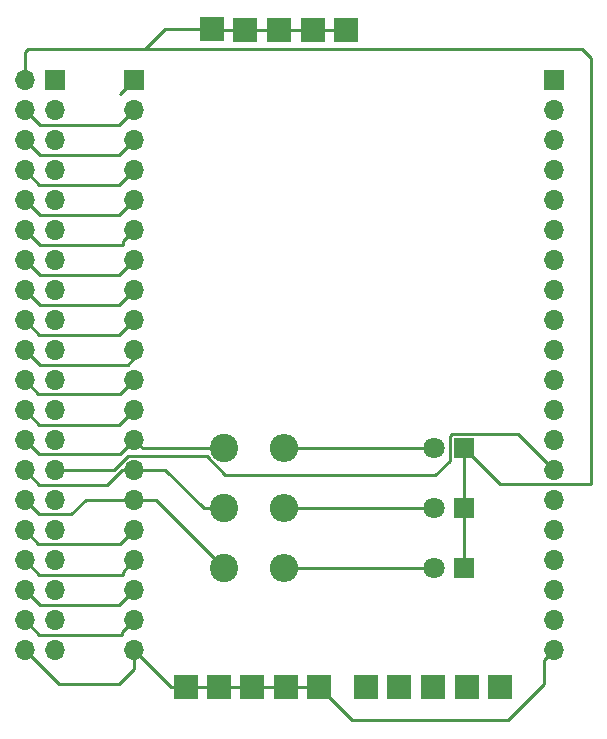
<source format=gbr>
%TF.GenerationSoftware,KiCad,Pcbnew,7.0.8*%
%TF.CreationDate,2025-02-20T14:53:18+01:00*%
%TF.ProjectId,Raspi,52617370-692e-46b6-9963-61645f706362,rev?*%
%TF.SameCoordinates,Original*%
%TF.FileFunction,Copper,L1,Top*%
%TF.FilePolarity,Positive*%
%FSLAX46Y46*%
G04 Gerber Fmt 4.6, Leading zero omitted, Abs format (unit mm)*
G04 Created by KiCad (PCBNEW 7.0.8) date 2025-02-20 14:53:18*
%MOMM*%
%LPD*%
G01*
G04 APERTURE LIST*
%TA.AperFunction,ComponentPad*%
%ADD10R,2.000000X2.000000*%
%TD*%
%TA.AperFunction,ComponentPad*%
%ADD11C,2.400000*%
%TD*%
%TA.AperFunction,ComponentPad*%
%ADD12O,2.400000X2.400000*%
%TD*%
%TA.AperFunction,ComponentPad*%
%ADD13R,1.800000X1.800000*%
%TD*%
%TA.AperFunction,ComponentPad*%
%ADD14C,1.800000*%
%TD*%
%TA.AperFunction,ComponentPad*%
%ADD15O,1.700000X1.700000*%
%TD*%
%TA.AperFunction,ComponentPad*%
%ADD16R,1.700000X1.700000*%
%TD*%
%TA.AperFunction,Conductor*%
%ADD17C,0.250000*%
%TD*%
G04 APERTURE END LIST*
D10*
%TO.P,LP,1*%
%TO.N,Net-(D1-K)*%
X147964500Y-74004000D03*
%TD*%
%TO.P,LP,1*%
%TO.N,Net-(D1-K)*%
X150774500Y-74024000D03*
%TD*%
%TO.P,LP,1*%
%TO.N,Net-(D1-K)*%
X139454500Y-73974000D03*
%TD*%
%TO.P,LP,1*%
%TO.N,Net-(D1-K)*%
X142234500Y-74004000D03*
%TD*%
%TO.P,LP,1*%
%TO.N,Net-(D1-K)*%
X145064500Y-74004000D03*
%TD*%
%TO.P,LP,1*%
%TO.N,Net-(J2-Pin_40)*%
X160992000Y-129664000D03*
%TD*%
%TO.P,LP,1*%
%TO.N,Net-(J2-Pin_40)*%
X163802000Y-129684000D03*
%TD*%
%TO.P,LP,1*%
%TO.N,Net-(J2-Pin_40)*%
X152482000Y-129634000D03*
%TD*%
%TO.P,LP,1*%
%TO.N,Net-(J2-Pin_40)*%
X155262000Y-129664000D03*
%TD*%
%TO.P,LP,1*%
%TO.N,Net-(J2-Pin_40)*%
X158092000Y-129664000D03*
%TD*%
%TO.P,LP,1*%
%TO.N,Net-(J2-Pin_39)*%
X148522000Y-129704000D03*
%TD*%
%TO.P,LP,1*%
%TO.N,Net-(J2-Pin_39)*%
X145712000Y-129684000D03*
%TD*%
%TO.P,LP,1*%
%TO.N,Net-(J2-Pin_39)*%
X142812000Y-129684000D03*
%TD*%
%TO.P,LP,1*%
%TO.N,Net-(J2-Pin_39)*%
X139982000Y-129684000D03*
%TD*%
%TO.P,LP,1*%
%TO.N,Net-(J2-Pin_39)*%
X137202000Y-129654000D03*
%TD*%
D11*
%TO.P,R3,1*%
%TO.N,Net-(J2-Pin_26)*%
X140462000Y-109474000D03*
D12*
%TO.P,R3,2*%
%TO.N,Net-(D1-A)*%
X145542000Y-109474000D03*
%TD*%
D11*
%TO.P,R2,1*%
%TO.N,Net-(J2-Pin_30)*%
X140462000Y-119634000D03*
D12*
%TO.P,R2,2*%
%TO.N,Net-(D3-A)*%
X145542000Y-119634000D03*
%TD*%
D11*
%TO.P,R1,1*%
%TO.N,Net-(J2-Pin_28)*%
X140462000Y-114554000D03*
D12*
%TO.P,R1,2*%
%TO.N,Net-(D2-A)*%
X145542000Y-114554000D03*
%TD*%
D13*
%TO.P,D3,1,K*%
%TO.N,Net-(D1-K)*%
X160782000Y-119634000D03*
D14*
%TO.P,D3,2,A*%
%TO.N,Net-(D3-A)*%
X158242000Y-119634000D03*
%TD*%
%TO.P,D2,2,A*%
%TO.N,Net-(D2-A)*%
X158242000Y-114554000D03*
D13*
%TO.P,D2,1,K*%
%TO.N,Net-(D1-K)*%
X160782000Y-114554000D03*
%TD*%
D14*
%TO.P,D1,2,A*%
%TO.N,Net-(D1-A)*%
X158242000Y-109474000D03*
D13*
%TO.P,D1,1,K*%
%TO.N,Net-(D1-K)*%
X160782000Y-109474000D03*
%TD*%
D15*
%TO.P,J8,20,Pin_20*%
%TO.N,Net-(J2-Pin_39)*%
X132842000Y-126539000D03*
%TO.P,J8,19,Pin_19*%
%TO.N,Net-(J2-Pin_38)*%
X132842000Y-123999000D03*
%TO.P,J8,18,Pin_18*%
%TO.N,Net-(J2-Pin_36)*%
X132842000Y-121459000D03*
%TO.P,J8,17,Pin_17*%
%TO.N,Net-(J2-Pin_34)*%
X132842000Y-118919000D03*
%TO.P,J8,16,Pin_16*%
%TO.N,Net-(J2-Pin_32)*%
X132842000Y-116379000D03*
%TO.P,J8,15,Pin_15*%
%TO.N,Net-(J2-Pin_30)*%
X132842000Y-113839000D03*
%TO.P,J8,14,Pin_14*%
%TO.N,Net-(J2-Pin_28)*%
X132842000Y-111299000D03*
%TO.P,J8,13,Pin_13*%
%TO.N,Net-(J2-Pin_26)*%
X132842000Y-108759000D03*
%TO.P,J8,12,Pin_12*%
%TO.N,Net-(J2-Pin_24)*%
X132842000Y-106219000D03*
%TO.P,J8,11,Pin_11*%
%TO.N,Net-(J2-Pin_22)*%
X132842000Y-103679000D03*
%TO.P,J8,10,Pin_10*%
%TO.N,Net-(J2-Pin_20)*%
X132842000Y-101139000D03*
%TO.P,J8,9,Pin_9*%
%TO.N,Net-(J2-Pin_18)*%
X132842000Y-98599000D03*
%TO.P,J8,8,Pin_8*%
%TO.N,Net-(J2-Pin_16)*%
X132842000Y-96059000D03*
%TO.P,J8,7,Pin_7*%
%TO.N,Net-(J2-Pin_14)*%
X132842000Y-93519000D03*
%TO.P,J8,6,Pin_6*%
%TO.N,Net-(J2-Pin_12)*%
X132842000Y-90979000D03*
%TO.P,J8,5,Pin_5*%
%TO.N,Net-(J2-Pin_10)*%
X132842000Y-88439000D03*
%TO.P,J8,4,Pin_4*%
%TO.N,Net-(J2-Pin_8)*%
X132842000Y-85899000D03*
%TO.P,J8,3,Pin_3*%
%TO.N,Net-(J2-Pin_6)*%
X132842000Y-83359000D03*
%TO.P,J8,2,Pin_2*%
%TO.N,Net-(J2-Pin_4)*%
X132842000Y-80819000D03*
D16*
%TO.P,J8,1,Pin_1*%
%TO.N,Net-(J2-Pin_2)*%
X132842000Y-78279000D03*
%TD*%
D15*
%TO.P,J7,20,Pin_20*%
%TO.N,Net-(J2-Pin_39)*%
X168402000Y-126539000D03*
%TO.P,J7,19,Pin_19*%
%TO.N,Net-(J2-Pin_37)*%
X168402000Y-123999000D03*
%TO.P,J7,18,Pin_18*%
%TO.N,Net-(J2-Pin_35)*%
X168402000Y-121459000D03*
%TO.P,J7,17,Pin_17*%
%TO.N,Net-(J2-Pin_33)*%
X168402000Y-118919000D03*
%TO.P,J7,16,Pin_16*%
%TO.N,Net-(J2-Pin_31)*%
X168402000Y-116379000D03*
%TO.P,J7,15,Pin_15*%
%TO.N,Net-(J2-Pin_29)*%
X168402000Y-113839000D03*
%TO.P,J7,14,Pin_14*%
%TO.N,Net-(J2-Pin_27)*%
X168402000Y-111299000D03*
%TO.P,J7,13,Pin_13*%
%TO.N,Net-(J2-Pin_25)*%
X168402000Y-108759000D03*
%TO.P,J7,12,Pin_12*%
%TO.N,Net-(J2-Pin_23)*%
X168402000Y-106219000D03*
%TO.P,J7,11,Pin_11*%
%TO.N,Net-(J2-Pin_21)*%
X168402000Y-103679000D03*
%TO.P,J7,10,Pin_10*%
%TO.N,Net-(J2-Pin_19)*%
X168402000Y-101139000D03*
%TO.P,J7,9,Pin_9*%
%TO.N,Net-(J2-Pin_17)*%
X168402000Y-98599000D03*
%TO.P,J7,8,Pin_8*%
%TO.N,Net-(J2-Pin_15)*%
X168402000Y-96059000D03*
%TO.P,J7,7,Pin_7*%
%TO.N,Net-(J2-Pin_13)*%
X168402000Y-93519000D03*
%TO.P,J7,6,Pin_6*%
%TO.N,Net-(J2-Pin_11)*%
X168402000Y-90979000D03*
%TO.P,J7,5,Pin_5*%
%TO.N,Net-(J2-Pin_9)*%
X168402000Y-88439000D03*
%TO.P,J7,4,Pin_4*%
%TO.N,Net-(J2-Pin_7)*%
X168402000Y-85899000D03*
%TO.P,J7,3,Pin_3*%
%TO.N,Net-(J2-Pin_5)*%
X168402000Y-83359000D03*
%TO.P,J7,2,Pin_2*%
%TO.N,Net-(J2-Pin_3)*%
X168402000Y-80819000D03*
D16*
%TO.P,J7,1,Pin_1*%
%TO.N,Net-(J2-Pin_1)*%
X168402000Y-78279000D03*
%TD*%
D15*
%TO.P,J2,39,Pin_40*%
%TO.N,Net-(J2-Pin_39)*%
X123547000Y-126539000D03*
%TO.P,J2,40,Pin_39*%
%TO.N,Net-(J2-Pin_40)*%
X126087000Y-126539000D03*
%TO.P,J2,38,Pin_38*%
%TO.N,Net-(J2-Pin_38)*%
X123547000Y-123999000D03*
%TO.P,J2,37,Pin_37*%
%TO.N,Net-(J2-Pin_37)*%
X126087000Y-123999000D03*
%TO.P,J2,36,Pin_36*%
%TO.N,Net-(J2-Pin_36)*%
X123547000Y-121459000D03*
%TO.P,J2,35,Pin_35*%
%TO.N,Net-(J2-Pin_35)*%
X126087000Y-121459000D03*
%TO.P,J2,34,Pin_34*%
%TO.N,Net-(J2-Pin_34)*%
X123547000Y-118919000D03*
%TO.P,J2,33,Pin_33*%
%TO.N,Net-(J2-Pin_33)*%
X126087000Y-118919000D03*
%TO.P,J2,32,Pin_32*%
%TO.N,Net-(J2-Pin_32)*%
X123547000Y-116379000D03*
%TO.P,J2,31,Pin_31*%
%TO.N,Net-(J2-Pin_31)*%
X126087000Y-116379000D03*
%TO.P,J2,30,Pin_30*%
%TO.N,Net-(J2-Pin_30)*%
X123547000Y-113839000D03*
%TO.P,J2,29,Pin_29*%
%TO.N,Net-(J2-Pin_29)*%
X126087000Y-113839000D03*
%TO.P,J2,28,Pin_28*%
%TO.N,Net-(J2-Pin_28)*%
X123547000Y-111299000D03*
%TO.P,J2,27,Pin_27*%
%TO.N,Net-(J2-Pin_27)*%
X126087000Y-111299000D03*
%TO.P,J2,26,Pin_26*%
%TO.N,Net-(J2-Pin_26)*%
X123547000Y-108759000D03*
%TO.P,J2,25,Pin_25*%
%TO.N,Net-(J2-Pin_25)*%
X126087000Y-108759000D03*
%TO.P,J2,24,Pin_24*%
%TO.N,Net-(J2-Pin_24)*%
X123547000Y-106219000D03*
%TO.P,J2,23,Pin_23*%
%TO.N,Net-(J2-Pin_23)*%
X126087000Y-106219000D03*
%TO.P,J2,22,Pin_22*%
%TO.N,Net-(J2-Pin_22)*%
X123547000Y-103679000D03*
%TO.P,J2,21,Pin_21*%
%TO.N,Net-(J2-Pin_21)*%
X126087000Y-103679000D03*
%TO.P,J2,20,Pin_20*%
%TO.N,Net-(J2-Pin_20)*%
X123547000Y-101139000D03*
%TO.P,J2,19,Pin_19*%
%TO.N,Net-(J2-Pin_19)*%
X126087000Y-101139000D03*
%TO.P,J2,18,Pin_18*%
%TO.N,Net-(J2-Pin_18)*%
X123547000Y-98599000D03*
%TO.P,J2,17,Pin_17*%
%TO.N,Net-(J2-Pin_17)*%
X126087000Y-98599000D03*
%TO.P,J2,16,Pin_16*%
%TO.N,Net-(J2-Pin_16)*%
X123547000Y-96059000D03*
%TO.P,J2,15,Pin_15*%
%TO.N,Net-(J2-Pin_15)*%
X126087000Y-96059000D03*
%TO.P,J2,14,Pin_14*%
%TO.N,Net-(J2-Pin_14)*%
X123547000Y-93519000D03*
%TO.P,J2,13,Pin_13*%
%TO.N,Net-(J2-Pin_13)*%
X126087000Y-93519000D03*
%TO.P,J2,12,Pin_12*%
%TO.N,Net-(J2-Pin_12)*%
X123547000Y-90979000D03*
%TO.P,J2,11,Pin_11*%
%TO.N,Net-(J2-Pin_11)*%
X126087000Y-90979000D03*
%TO.P,J2,10,Pin_10*%
%TO.N,Net-(J2-Pin_10)*%
X123547000Y-88439000D03*
%TO.P,J2,9,Pin_9*%
%TO.N,Net-(J2-Pin_9)*%
X126087000Y-88439000D03*
%TO.P,J2,8,Pin_8*%
%TO.N,Net-(J2-Pin_8)*%
X123547000Y-85899000D03*
%TO.P,J2,7,Pin_7*%
%TO.N,Net-(J2-Pin_7)*%
X126087000Y-85899000D03*
%TO.P,J2,6,Pin_6*%
%TO.N,Net-(J2-Pin_6)*%
X123547000Y-83359000D03*
%TO.P,J2,5,Pin_5*%
%TO.N,Net-(J2-Pin_5)*%
X126087000Y-83359000D03*
%TO.P,J2,4,Pin_4*%
%TO.N,Net-(J2-Pin_4)*%
X123547000Y-80819000D03*
%TO.P,J2,3,Pin_3*%
%TO.N,Net-(J2-Pin_3)*%
X126087000Y-80819000D03*
%TO.P,J2,2,Pin_2*%
%TO.N,Net-(D1-K)*%
X123547000Y-78279000D03*
D16*
%TO.P,J2,1,Pin_1*%
%TO.N,Net-(J2-Pin_1)*%
X126087000Y-78279000D03*
%TD*%
D17*
%TO.N,Net-(D1-K)*%
X135402000Y-73974000D02*
X133712000Y-75664000D01*
X139454500Y-73974000D02*
X135402000Y-73974000D01*
X133712000Y-75664000D02*
X123812000Y-75664000D01*
X170732000Y-75664000D02*
X133712000Y-75664000D01*
X139484500Y-74004000D02*
X139454500Y-73974000D01*
X142234500Y-74004000D02*
X139484500Y-74004000D01*
X145064500Y-74004000D02*
X142234500Y-74004000D01*
X147964500Y-74004000D02*
X145064500Y-74004000D01*
X147984500Y-74024000D02*
X147964500Y-74004000D01*
X150774500Y-74024000D02*
X147984500Y-74024000D01*
X123547000Y-75929000D02*
X123547000Y-78279000D01*
X171522000Y-76454000D02*
X170732000Y-75664000D01*
X171522000Y-108244000D02*
X171522000Y-76454000D01*
X171512000Y-108244000D02*
X171522000Y-108244000D01*
X171512000Y-112474000D02*
X171512000Y-108244000D01*
X123812000Y-75664000D02*
X123547000Y-75929000D01*
X163782000Y-112474000D02*
X171512000Y-112474000D01*
X160782000Y-109474000D02*
X163782000Y-112474000D01*
%TO.N,Net-(J2-Pin_39)*%
X131522000Y-129454000D02*
X132842000Y-128134000D01*
X132842000Y-128134000D02*
X132842000Y-126539000D01*
X126462000Y-129454000D02*
X131522000Y-129454000D01*
X123547000Y-126539000D02*
X126462000Y-129454000D01*
X135957000Y-129654000D02*
X137202000Y-129654000D01*
X132842000Y-126539000D02*
X135957000Y-129654000D01*
X139982000Y-129684000D02*
X137232000Y-129684000D01*
X137232000Y-129684000D02*
X137202000Y-129654000D01*
X142812000Y-129684000D02*
X139982000Y-129684000D01*
X145712000Y-129684000D02*
X142812000Y-129684000D01*
X145732000Y-129704000D02*
X145712000Y-129684000D01*
X148522000Y-129704000D02*
X145732000Y-129704000D01*
X167522000Y-127419000D02*
X167522000Y-129454000D01*
X151272000Y-132454000D02*
X148522000Y-129704000D01*
X167522000Y-129454000D02*
X164522000Y-132454000D01*
X168402000Y-126539000D02*
X167522000Y-127419000D01*
X164522000Y-132454000D02*
X151272000Y-132454000D01*
X133346594Y-126670802D02*
X133160198Y-126857198D01*
%TO.N,Net-(J2-Pin_27)*%
X165352000Y-108249000D02*
X168402000Y-111299000D01*
X159747380Y-108249000D02*
X165352000Y-108249000D01*
X159557000Y-108439380D02*
X159747380Y-108249000D01*
X159557000Y-110508620D02*
X159557000Y-108439380D01*
X158341620Y-111724000D02*
X159557000Y-110508620D01*
X140557135Y-111724000D02*
X158341620Y-111724000D01*
X138961791Y-110128656D02*
X140557135Y-111724000D01*
X132310948Y-110128656D02*
X138961791Y-110128656D01*
X131140604Y-111299000D02*
X132310948Y-110128656D01*
X126087000Y-111299000D02*
X131140604Y-111299000D01*
%TO.N,Net-(J2-Pin_10)*%
X131547000Y-89734000D02*
X132842000Y-88439000D01*
X124842000Y-89734000D02*
X131547000Y-89734000D01*
X123547000Y-88439000D02*
X124842000Y-89734000D01*
%TO.N,Net-(J2-Pin_8)*%
X131577000Y-87164000D02*
X132842000Y-85899000D01*
X124812000Y-87164000D02*
X131577000Y-87164000D01*
X123547000Y-85899000D02*
X124812000Y-87164000D01*
%TO.N,Net-(J2-Pin_34)*%
X131872000Y-120174000D02*
X131872000Y-119889000D01*
X124812000Y-120184000D02*
X124822000Y-120174000D01*
X123547000Y-118919000D02*
X124812000Y-120184000D01*
X124822000Y-120174000D02*
X131872000Y-120174000D01*
X131872000Y-119889000D02*
X132842000Y-118919000D01*
%TO.N,Net-(J2-Pin_4)*%
X124832000Y-82104000D02*
X131557000Y-82104000D01*
X123547000Y-80819000D02*
X124832000Y-82104000D01*
X131557000Y-82104000D02*
X132842000Y-80819000D01*
%TO.N,Net-(J2-Pin_20)*%
X132842000Y-101844000D02*
X132842000Y-101139000D01*
X132272000Y-102414000D02*
X132842000Y-101844000D01*
X124822000Y-102414000D02*
X132272000Y-102414000D01*
X123547000Y-101139000D02*
X124822000Y-102414000D01*
%TO.N,Net-(J2-Pin_16)*%
X131567000Y-97334000D02*
X132842000Y-96059000D01*
X124822000Y-97334000D02*
X131567000Y-97334000D01*
X123547000Y-96059000D02*
X124822000Y-97334000D01*
%TO.N,Net-(J2-Pin_14)*%
X124842000Y-94814000D02*
X131547000Y-94814000D01*
X123547000Y-93519000D02*
X124842000Y-94814000D01*
X131547000Y-94814000D02*
X132842000Y-93519000D01*
%TO.N,Net-(J2-Pin_18)*%
X131582000Y-99859000D02*
X132842000Y-98599000D01*
X131582000Y-99864000D02*
X131582000Y-99859000D01*
X124812000Y-99864000D02*
X131582000Y-99864000D01*
X123547000Y-98599000D02*
X124812000Y-99864000D01*
%TO.N,Net-(J2-Pin_24)*%
X124802000Y-107474000D02*
X131587000Y-107474000D01*
X131587000Y-107474000D02*
X132842000Y-106219000D01*
X123547000Y-106219000D02*
X124802000Y-107474000D01*
%TO.N,Net-(D1-K)*%
X160782000Y-119634000D02*
X160542000Y-119634000D01*
X160782000Y-114554000D02*
X160782000Y-119634000D01*
X160782000Y-109474000D02*
X160782000Y-114554000D01*
%TO.N,Net-(D3-A)*%
X145542000Y-119634000D02*
X158242000Y-119634000D01*
%TO.N,Net-(D2-A)*%
X145542000Y-114554000D02*
X158242000Y-114554000D01*
%TO.N,Net-(D1-A)*%
X145542000Y-109474000D02*
X158242000Y-109474000D01*
%TO.N,Net-(J2-Pin_2)*%
X131667000Y-79454000D02*
X132842000Y-78279000D01*
%TO.N,Net-(J2-Pin_6)*%
X131567000Y-84634000D02*
X132842000Y-83359000D01*
X124822000Y-84634000D02*
X131567000Y-84634000D01*
X123547000Y-83359000D02*
X124822000Y-84634000D01*
%TO.N,Net-(J2-Pin_12)*%
X131922000Y-92254000D02*
X131922000Y-91899000D01*
X131922000Y-91899000D02*
X132842000Y-90979000D01*
X124822000Y-92254000D02*
X131922000Y-92254000D01*
X123547000Y-90979000D02*
X124822000Y-92254000D01*
%TO.N,Net-(J2-Pin_22)*%
X131667000Y-104854000D02*
X132842000Y-103679000D01*
X124722000Y-104854000D02*
X131667000Y-104854000D01*
X123547000Y-103679000D02*
X124722000Y-104854000D01*
%TO.N,Net-(J2-Pin_30)*%
X128737000Y-113839000D02*
X132842000Y-113839000D01*
X127522000Y-115054000D02*
X128737000Y-113839000D01*
X124762000Y-115054000D02*
X127522000Y-115054000D01*
X123547000Y-113839000D02*
X124762000Y-115054000D01*
%TO.N,Net-(J2-Pin_32)*%
X124722000Y-117554000D02*
X131667000Y-117554000D01*
X123547000Y-116379000D02*
X124722000Y-117554000D01*
X131667000Y-117554000D02*
X132842000Y-116379000D01*
%TO.N,Net-(J2-Pin_36)*%
X131547000Y-122754000D02*
X132842000Y-121459000D01*
X123547000Y-121459000D02*
X124842000Y-122754000D01*
X124842000Y-122754000D02*
X131547000Y-122754000D01*
%TO.N,Net-(J2-Pin_38)*%
X131822000Y-125019000D02*
X132842000Y-123999000D01*
X131822000Y-125254000D02*
X131822000Y-125019000D01*
X124802000Y-125254000D02*
X131822000Y-125254000D01*
X123547000Y-123999000D02*
X124802000Y-125254000D01*
%TO.N,Net-(J2-Pin_26)*%
X131647000Y-109954000D02*
X132842000Y-108759000D01*
X124742000Y-109954000D02*
X131647000Y-109954000D01*
X123547000Y-108759000D02*
X124742000Y-109954000D01*
X133557000Y-109474000D02*
X132842000Y-108759000D01*
X140462000Y-109474000D02*
X133557000Y-109474000D01*
%TO.N,Net-(J2-Pin_28)*%
X130522000Y-112554000D02*
X131777000Y-111299000D01*
X131777000Y-111299000D02*
X132842000Y-111299000D01*
X124802000Y-112554000D02*
X130522000Y-112554000D01*
X123547000Y-111299000D02*
X124802000Y-112554000D01*
X135467000Y-111299000D02*
X132842000Y-111299000D01*
X138722000Y-114554000D02*
X135467000Y-111299000D01*
X140462000Y-114554000D02*
X138722000Y-114554000D01*
%TO.N,Net-(J2-Pin_30)*%
X134667000Y-113839000D02*
X140462000Y-119634000D01*
X132842000Y-113839000D02*
X134667000Y-113839000D01*
%TD*%
M02*

</source>
